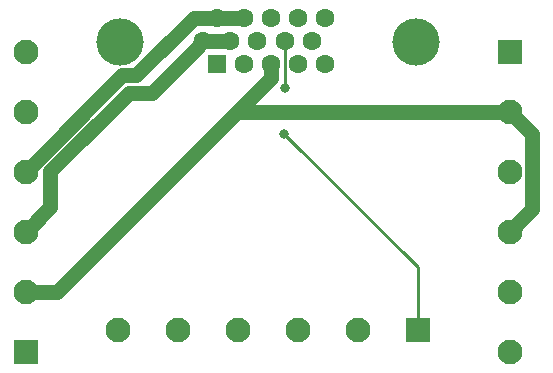
<source format=gbr>
%TF.GenerationSoftware,KiCad,Pcbnew,(5.0.2)-1*%
%TF.CreationDate,2019-01-23T22:57:56+01:00*%
%TF.ProjectId,VGA-Terminal,5647412d-5465-4726-9d69-6e616c2e6b69,rev?*%
%TF.SameCoordinates,Original*%
%TF.FileFunction,Copper,L2,Bot*%
%TF.FilePolarity,Positive*%
%FSLAX46Y46*%
G04 Gerber Fmt 4.6, Leading zero omitted, Abs format (unit mm)*
G04 Created by KiCad (PCBNEW (5.0.2)-1) date 23.01.2019 22:57:56*
%MOMM*%
%LPD*%
G01*
G04 APERTURE LIST*
%ADD10C,2.100000*%
%ADD11R,2.100000X2.100000*%
%ADD12R,1.600000X1.600000*%
%ADD13C,1.600000*%
%ADD14C,4.000000*%
%ADD15C,0.800000*%
%ADD16C,0.250000*%
%ADD17C,1.270000*%
G04 APERTURE END LIST*
D10*
X134000000Y-98900000D03*
X134000000Y-93820000D03*
X134000000Y-88740000D03*
X134000000Y-83660000D03*
X134000000Y-78580000D03*
D11*
X134000000Y-73500000D03*
X126212600Y-97053400D03*
D10*
X121132600Y-97053400D03*
X116052600Y-97053400D03*
X110972600Y-97053400D03*
X105892600Y-97053400D03*
X100812600Y-97053400D03*
D11*
X93000000Y-98900000D03*
D10*
X93000000Y-93820000D03*
X93000000Y-88740000D03*
X93000000Y-83660000D03*
X93000000Y-78580000D03*
X93000000Y-73500000D03*
D12*
X109200000Y-74580000D03*
D13*
X111490000Y-74580000D03*
X113780000Y-74580000D03*
X116070000Y-74580000D03*
X118360000Y-74580000D03*
X108055000Y-72600000D03*
X110345000Y-72600000D03*
X112635000Y-72600000D03*
X114925000Y-72600000D03*
X117215000Y-72600000D03*
X109200000Y-70620000D03*
X111490000Y-70620000D03*
X113780000Y-70620000D03*
X116070000Y-70620000D03*
X118360000Y-70620000D03*
D14*
X126015000Y-72652000D03*
X101015000Y-72652000D03*
D15*
X114920000Y-80450000D03*
X114925000Y-76615000D03*
D16*
X114880000Y-80470000D02*
X114880000Y-80470000D01*
X114925000Y-72600000D02*
X114925000Y-76615000D01*
X114925000Y-76615000D02*
X114925000Y-76615000D01*
X126200000Y-91730000D02*
X114920000Y-80450000D01*
X126200000Y-97020000D02*
X126200000Y-91730000D01*
D17*
X110345000Y-72600000D02*
X108055000Y-72600000D01*
X107255001Y-73399999D02*
X108055000Y-72600000D01*
X103697989Y-76957011D02*
X107255001Y-73399999D01*
X101781897Y-76957011D02*
X103697989Y-76957011D01*
X95097600Y-83641308D02*
X101781897Y-76957011D01*
X95097600Y-86642400D02*
X95097600Y-83641308D01*
X93000000Y-88740000D02*
X95097600Y-86642400D01*
X109200000Y-70620000D02*
X111490000Y-70620000D01*
X107242802Y-70620000D02*
X109200000Y-70620000D01*
X102375801Y-75487001D02*
X107242802Y-70620000D01*
X93000000Y-83660000D02*
X101172999Y-75487001D01*
X101172999Y-75487001D02*
X102375801Y-75487001D01*
X113780000Y-75711370D02*
X113780000Y-74580000D01*
X93000000Y-93820000D02*
X95671370Y-93820000D01*
X110911370Y-78580000D02*
X109608370Y-79883000D01*
X134000000Y-78580000D02*
X110911370Y-78580000D01*
X95671370Y-93820000D02*
X109608370Y-79883000D01*
X109608370Y-79883000D02*
X113780000Y-75711370D01*
X135049999Y-87690001D02*
X134000000Y-88740000D01*
X135885001Y-86854999D02*
X135049999Y-87690001D01*
X134000000Y-78580000D02*
X135885001Y-80465001D01*
X135885001Y-80465001D02*
X135885001Y-86854999D01*
M02*

</source>
